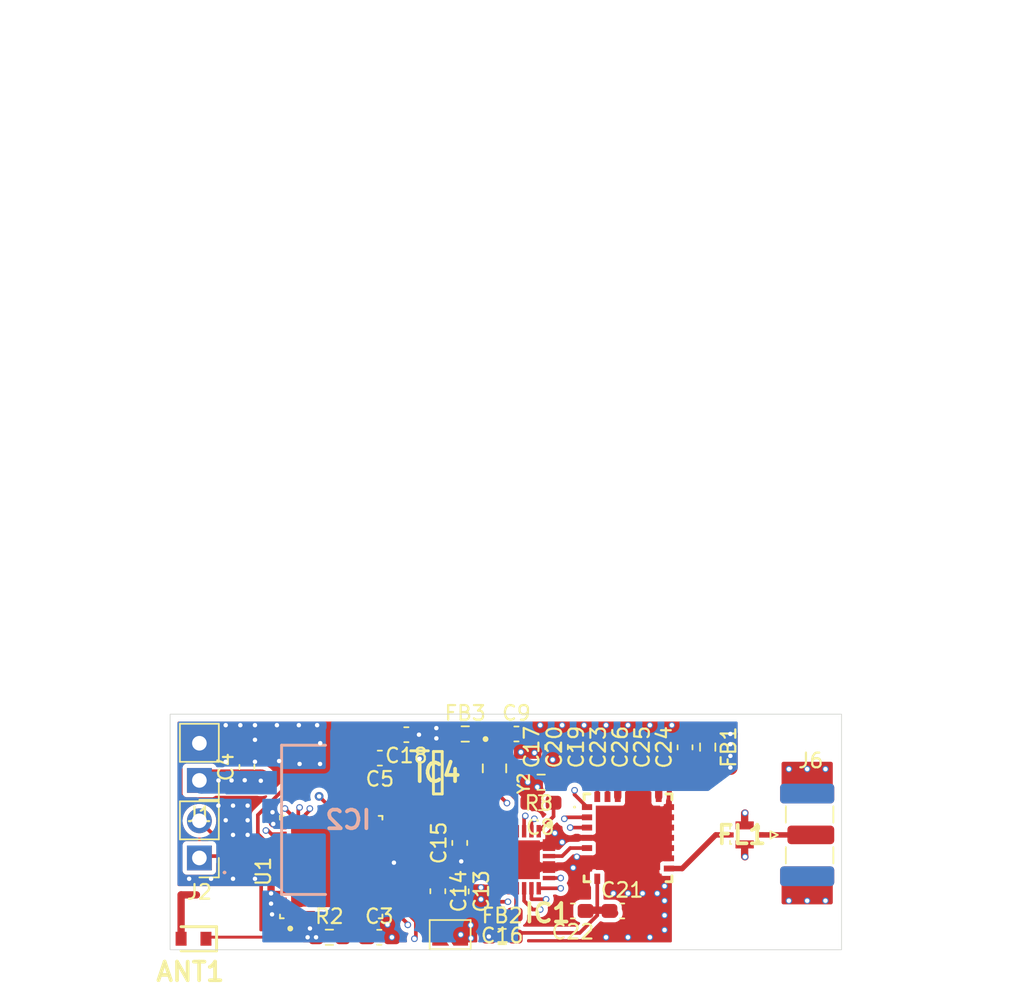
<source format=kicad_pcb>
(kicad_pcb (version 20240108) (generator "pcbnew") (generator_version "8.0")
  (layers (0 "F.Cu" signal) (1 "In1.Cu" signal) (2 "In2.Cu" signal) (31 "B.Cu" signal) (34 "B.Paste" user) (35 "F.Paste" user) (36 "B.SilkS" user "B.Silkscreen") (37 "F.SilkS" user "F.Silkscreen") (38 "B.Mask" user) (39 "F.Mask" user) (44 "Edge.Cuts" user))
  (net 0 "")
  (net 1 "+3.3V")
  (net 2 "+5V")
  (net 3 "GND")
  (net 4 "Net-(U1-EN)")
  (net 5 "Net-(IC1-VR_PA)")
  (net 6 "Net-(IC1-DCC_FB)")
  (net 7 "VCC2")
  (net 8 "+2V85")
  (net 9 "VCC_PA")
  (net 10 "Net-(FL1-OUT)")
  (net 11 "CSD")
  (net 12 "CRX")
  (net 13 "CTX")
  (net 14 "SX_BUSY")
  (net 16 "SX_MOSI")
  (net 18 "SX_MISO")
  (net 19 "SX_CS")
  (net 20 "SX_DIO")
  (net 22 "SX_SCK")
  (net 23 "SX_NRES")
  (net 41 "unconnected-(ANT1-NC-Pad2)")
  (net 50 "TCXO")
  (net 52 "UART0_RX")
  (net 53 "UART0_TX")
  (net 54 "Net-(IC1-RFIO)")
  (net 55 "Net-(Y2-VDD)")
  (net 58 "Net-(ANT1-FEED)")
  (net 59 "Net-(FL1-IN)")
  (net 60 "Net-(JP1-B)")
  (footprint "Capacitor_SMD:C_0603_1608Metric_Pad1.08x0.95mm_HandSolder" (layer "F.Cu") (at 115 81.35 -90)
    (property "Reference" "C14")
    (property "Value" "470 nF")
  )
  (footprint "Jumper:SolderJumper-2_P1.3mm_Open_TrianglePad1.0x1.5mm" (layer "F.Cu") (at 115.845 84.32 180)
    (property "Reference" "JP1" (hide yes))
    (property "Value" "SolderJumper_2_Open")
  )
  (footprint "Resistor_SMD:R_0603_1608Metric_Pad0.98x0.95mm_HandSolder" (layer "F.Cu") (at 119.4 84.45)
    (property "Reference" "FB2")
    (property "Value" "FerriteBead")
  )
  (footprint "Capacitor_SMD:C_0603_1608Metric_Pad1.08x0.95mm_HandSolder" (layer "F.Cu") (at 124.2375 82.7 180)
    (property "Reference" "C22")
    (property "Value" "100 nF")
  )
  (footprint "Capacitor_SMD:C_0603_1608Metric_Pad1.08x0.95mm_HandSolder" (layer "F.Cu") (at 116.5 78.05 90)
    (property "Reference" "C15")
    (property "Value" "100 nF")
  )
  (footprint "Capacitor_SMD:C_0603_1608Metric_Pad1.08x0.95mm_HandSolder" (layer "F.Cu") (at 116.6 81.3625 -90)
    (property "Reference" "C13")
    (property "Value" "10 nF")
  )
  (footprint "Capacitor_SMD:C_0603_1608Metric_Pad1.08x0.95mm_HandSolder" (layer "F.Cu") (at 120.375 70.6)
    (property "Reference" "C9")
    (property "Value" "100 nF")
  )
  (footprint "Connector_PinHeader_2.54mm:PinHeader_1x02_P2.54mm_Vertical" (layer "F.Cu") (at 98.7 73.775 180)
    (property "Reference" "J1")
    (property "Value" "Conn_01x02_Socket")
  )
  (footprint "Resistor_SMD:R_0603_1608Metric_Pad0.98x0.95mm_HandSolder" (layer "F.Cu") (at 122.0625 73.9 180)
    (property "Reference" "R8")
    (property "Value" "10 K")
  )
  (footprint "TPS7A2028:SOT95P280X145-5N" (layer "F.Cu") (at 115 73.25)
    (property "Reference" "IC4")
    (property "Value" "TPS7A20285PDBVR" (hide yes))
  )
  (footprint "Capacitor_SMD:C_0603_1608Metric_Pad1.08x0.95mm_HandSolder" (layer "F.Cu") (at 111.0375 72.25 180)
    (property "Reference" "C5")
    (property "Value" "10 uF")
  )
  (footprint "Capacitor_SMD:C_0603_1608Metric_Pad1.08x0.95mm_HandSolder" (layer "F.Cu") (at 128.9 71.5 90)
    (property "Reference" "C26")
    (property "Value" "4.7 uF")
  )
  (footprint "2450AT140100T:ANTC1608X40N" (layer "F.Cu") (at 98.3 84.6 180)
    (property "Reference" "ANT1")
    (property "Value" "2450AT14A0100T" (hide yes))
  )
  (footprint "ECS-TXO-20CSMV4-520-AN-TR:OSC_ECS-TXO-20CSMV4-520-AN-TR" (layer "F.Cu") (at 118.875 72.95 -90)
    (property "Reference" "Y2")
    (property "Value" "ECS-TXO-20CSMV4-500-AN-TR")
  )
  (footprint "Resistor_SMD:R_0603_1608Metric_Pad0.98x0.95mm_HandSolder" (layer "F.Cu") (at 116.875 70.6)
    (property "Reference" "FB3")
    (property "Value" "FerriteBead")
  )
  (footprint "Connector_PinHeader_2.54mm:PinHeader_1x02_P2.54mm_Vertical" (layer "F.Cu") (at 98.7 79.075 180)
    (property "Reference" "J2")
    (property "Value" "Conn_01x02_Socket")
  )
  (footprint "Capacitor_SMD:C_0603_1608Metric_Pad1.08x0.95mm_HandSolder" (layer "F.Cu") (at 112.85 70.65 180)
    (property "Reference" "C18")
    (property "Value" "1.0 uF")
  )
  (footprint "SKY65383:SKY6538311" (layer "F.Cu") (at 128 77.7)
    (property "Reference" "IC3" (hide yes))
    (property "Value" "SKY65383-11" (hide yes))
  )
  (footprint "Capacitor_SMD:C_0603_1608Metric_Pad1.08x0.95mm_HandSolder" (layer "F.Cu") (at 127.6 82.7)
    (property "Reference" "C21")
    (property "Value" "10 pF")
  )
  (footprint "Connector_Coaxial:SMA_Samtec_SMA-J-P-H-ST-EM1_EdgeMount" (layer "F.Cu") (at 140.5 77.5)
    (property "Reference" "J6")
    (property "Value" "Conn_Coaxial")
  )
  (footprint "Resistor_SMD:R_0603_1608Metric_Pad0.98x0.95mm_HandSolder" (layer "F.Cu") (at 133.45 71.5 -90)
    (property "Reference" "FB1")
    (property "Value" "FerriteBead")
  )
  (footprint "Capacitor_SMD:C_0603_1608Metric_Pad1.08x0.95mm_HandSolder" (layer "F.Cu") (at 124.4 71.5 90)
    (property "Reference" "C20")
    (property "Value" "100 nF")
  )
  (footprint "Capacitor_SMD:C_0603_1608Metric_Pad1.08x0.95mm_HandSolder" (layer "F.Cu") (at 122.05 75.3 180)
    (property "Reference" "C8")
    (property "Value" "10 nF")
  )
  (footprint "ESP32-PICO-D4:PQFN50P700X700X104-49N" (layer "F.Cu") (at 107.7125 79.7 90)
    (property "Reference" "U1")
    (property "Value" "ESP32-PICO-D4")
  )
  (footprint "Resistor_SMD:R_0603_1608Metric_Pad0.98x0.95mm_HandSolder" (layer "F.Cu") (at 107.5875 84.5)
    (property "Reference" "R2")
    (property "Value" "10K")
  )
  (footprint "SX1281:QFN50P400X400X100-25N-D" (layer "F.Cu") (at 120.65 79.2 -90)
    (property "Reference" "IC1")
    (property "Value" "SX1281IMLTRT" (hide yes))
  )
  (footprint "Capacitor_SMD:C_0603_1608Metric_Pad1.08x0.95mm_HandSolder" (layer "F.Cu") (at 131.9 71.5125 90)
    (property "Reference" "C24")
    (property "Value" "10 pF")
  )
  (footprint "Capacitor_SMD:C_0603_1608Metric_Pad1.08x0.95mm_HandSolder" (layer "F.Cu") (at 125.9 71.5 90)
    (property "Reference" "C19")
    (property "Value" "100 nF")
  )
  (footprint "Capacitor_SMD:C_0603_1608Metric_Pad1.08x0.95mm_HandSolder" (layer "F.Cu") (at 101.95 72.8625 90)
    (property "Reference" "C4")
    (property "Value" "10 uF")
  )
  (footprint "DEA202450BT:DEA202450BT1213C1" (layer "F.Cu") (at 135.975 77.5)
    (property "Reference" "FL1")
    (property "Value" "DEA202450BT-1213C1" (hide yes))
  )
  (footprint "Capacitor_SMD:C_0603_1608Metric_Pad1.08x0.95mm_HandSolder" (layer "F.Cu") (at 122.85 71.5 90)
    (property "Reference" "C17")
    (property "Value" "1.0 uF" (hide yes))
  )
  (footprint "Capacitor_SMD:C_0603_1608Metric_Pad1.08x0.95mm_HandSolder" (layer "F.Cu") (at 119.4 82.95 180)
    (property "Reference" "C16")
    (property "Value" "100 nF")
  )
  (footprint "Capacitor_SMD:C_0603_1608Metric_Pad1.08x0.95mm_HandSolder" (layer "F.Cu") (at 130.4 71.5 90)
    (property "Reference" "C25")
    (property "Value" "4.7 uF")
  )
  (footprint "Capacitor_SMD:C_0603_1608Metric_Pad1.08x0.95mm_HandSolder" (layer "F.Cu") (at 127.4 71.5 90)
    (property "Reference" "C23")
    (property "Value" "10 pF")
  )
  (footprint "Capacitor_SMD:C_0603_1608Metric_Pad1.08x0.95mm_HandSolder" (layer "F.Cu") (at 111 84.5)
    (property "Reference" "C3")
    (property "Value" "0.1 uF")
  )
  (footprint "LD1085D2T33R:LD1085D2T33R" (layer "B.Cu") (at 112.52 76.47)
    (property "Reference" "IC2")
    (property "Value" "LD1085D2T33R" (hide yes))
  )
  (gr_rect (start 96.7 69.25) (end 142.6 85.35) (stroke (width 0.05)) (fill none) (layer "Edge.Cuts"))
  (segment (start 103.6 82.2) (end 103.6 82.865) (width 0.5) (layer "F.Cu") (net 1))
  (segment (start 133.45 70.5875) (end 134.9875 70.5875) (width 1) (layer "F.Cu") (net 1))
  (segment (start 134.9875 70.5875) (end 135 70.6) (width 1) (layer "F.Cu") (net 1))
  (segment (start 116.6 79.31) (end 116.6 79.0125) (width 0.25) (layer "F.Cu") (net 1))
  (segment (start 106.25 84.5) (end 106.1 84.5) (width 0.25) (layer "F.Cu") (net 1))
  (segment (start 103.6675 82.9325) (end 103.7 82.965) (width 0.5) (layer "F.Cu") (net 1))
  (segment (start 135 70.6) (end 135 71.299997) (width 1) (layer "F.Cu") (net 1))
  (segment (start 103.7 82.965) (end 104.9625 82.965) (width 0.25) (layer "F.Cu") (net 1))
  (segment (start 105.9625 82.965) (end 105.9625 83) (width 0.25) (layer "F.Cu") (net 1))
  (segment (start 104.4475 76.95) (end 103.95 76.95) (width 0.25) (layer "F.Cu") (net 1))
  (segment (start 103.7 79.95) (end 104.4475 79.95) (width 0.25) (layer "F.Cu") (net 1))
  (segment (start 105.9625 83) (end 105.9975 82.965) (width 0.25) (layer "F.Cu") (net 1))
  (segment (start 103.6 81.6) (end 103.6 82.2) (width 0.5) (layer "F.Cu") (net 1))
  (segment (start 116.6 79.0125) (end 116.5 78.9125) (width 0.25) (layer "F.Cu") (net 1))
  (segment (start 118.7 79.95) (end 118.025 79.95) (width 0.25) (layer "F.Cu") (net 1))
  (segment (start 135 71.299997) (end 135 72.9) (width 1) (layer "F.Cu") (net 1))
  (segment (start 104.4475 79.95) (end 104.112296 79.95) (width 0.25) (layer "F.Cu") (net 1))
  (segment (start 103.6 80.05) (end 103.7 79.95) (width 0.25) (layer "F.Cu") (net 1))
  (segment (start 106.4625 84.2875) (end 106.25 84.5) (width 0.25) (layer "F.Cu") (net 1))
  (segment (start 103.7 76.7) (end 103.7 75.95) (width 0.5) (layer "F.Cu") (net 1))
  (segment (start 103.75 76.75) (end 103.7 76.7) (width 0.5) (layer "F.Cu") (net 1))
  (segment (start 111.95 79.45) (end 112 79.4) (width 0.25) (layer "F.Cu") (net 1))
  (segment (start 116.6 79.55) (end 116.6 79.31) (width 0.25) (layer "F.Cu") (net 1))
  (segment (start 103.95 76.95) (end 103.75 76.75) (width 0.25) (layer "F.Cu") (net 1))
  (segment (start 103.6 81.5) (end 103.6 81.6) (width 0.5) (layer "F.Cu") (net 1))
  (segment (start 110.9775 79.45) (end 111.95 79.45) (width 0.25) (layer "F.Cu") (net 1))
  (segment (start 117.625 79.55) (end 116.6 79.55) (width 0.25) (layer "F.Cu") (net 1))
  (segment (start 118.025 79.95) (end 117.625 79.55) (width 0.25) (layer "F.Cu") (net 1))
  (segment (start 103.6 80.05) (end 103.6 81.5) (width 0.5) (layer "F.Cu") (net 1))
  (segment (start 103.75 81.45) (end 103.6 81.6) (width 0.25) (layer "F.Cu") (net 1))
  (segment (start 103.6 82.865) (end 103.6675 82.9325) (width 0.5) (layer "F.Cu") (net 1))
  (segment (start 104.4475 81.45) (end 103.75 81.45) (width 0.25) (layer "F.Cu") (net 1))
  (via (at 114.9 70.9) (size 0.6) (drill 0.3) (layers "F.Cu" "B.Cu") (net 1))
  (via (at 116.6 79.31) (size 0.45) (drill 0.3) (layers "F.Cu" "B.Cu") (net 1))
  (via (at 135 72.1) (size 0.6) (drill 0.3) (layers "F.Cu" "B.Cu") (net 1))
  (via (at 106.25967 83.895738) (size 0.45) (drill 0.3) (layers "F.Cu" "B.Cu") (net 1))
  (via (at 135 70.6) (size 0.6) (drill 0.3) (layers "F.Cu" "B.Cu") (net 1))
  (via (at 113.75 72.3) (size 0.6) (drill 0.3) (layers "F.Cu" "B.Cu") (net 1))
  (via (at 118.4875 84.45) (size 0.45) (drill 0.3) (layers "F.Cu" "B.Cu") (net 1))
  (via (at 106.675 84.5) (size 0.45) (drill 0.3) (layers "F.Cu" "B.Cu") (net 1))
  (via (at 103.75 76.75) (size 0.45) (drill 0.3) (layers "F.Cu" "B.Cu") (net 1))
  (via (at 103.6675 82.9325) (size 0.45) (drill 0.3) (layers "F.Cu" "B.Cu") (net 1))
  (via (at 113.75 72.3) (size 0.6) (drill 0.3) (layers "F.Cu" "B.Cu") (net 1))
  (via (at 135 71.299997) (size 0.6) (drill 0.3) (layers "F.Cu" "B.Cu") (net 1))
  (via (at 103.6 81.5) (size 0.45) (drill 0.3) (layers "F.Cu" "B.Cu") (net 1))
  (via (at 114.9 70.2) (size 0.6) (drill 0.3) (layers "F.Cu" "B.Cu") (net 1))
  (via (at 103.6 82.2) (size 0.45) (drill 0.3) (layers "F.Cu" "B.Cu") (net 1))
  (via (at 106.1 84.5) (size 0.45) (drill 0.3) (layers "F.Cu" "B.Cu") (net 1))
  (via (at 103.7 75.95) (size 0.45) (drill 0.3) (layers "F.Cu" "B.Cu") (net 1))
  (via (at 135 72.9) (size 0.6) (drill 0.3) (layers "F.Cu" "B.Cu") (net 1))
  (via (at 113.7125 70.65) (size 0.6) (drill 0.3) (layers "F.Cu" "B.Cu") (net 1))
  (via (at 112 79.4) (size 0.6) (drill 0.3) (layers "F.Cu" "B.Cu") (net 1))
  (segment (start 98.7 73.775) (end 102.875 73.775) (width 1.5) (layer "F.Cu") (net 2))
  (segment (start 102.875 73.775) (end 102.9 73.8) (width 1.5) (layer "F.Cu") (net 2))
  (via (at 101.8 73.7625) (size 0.6) (drill 0.3) (layers "F.Cu" "B.Cu") (net 2))
  (via (at 100.005 73.775) (size 0.6) (drill 0.3) (layers "F.Cu" "B.Cu") (net 2))
  (via (at 100.9 73.775) (size 0.6) (drill 0.3) (layers "F.Cu" "B.Cu") (net 2))
  (via (at 102.9 73.8) (size 0.6) (drill 0.3) (layers "F.Cu" "B.Cu") (net 2))
  (segment (start 102.245 73.93) (end 98.855 73.93) (width 1.5) (layer "B.Cu") (net 2))
  (segment (start 98.855 73.93) (end 98.7 73.775) (width 1.5) (layer "B.Cu") (net 2))
  (segment (start 140.25 81.26) (end 140.32 81.33) (width 0.3745) (layer "F.Cu") (net 3))
  (segment (start 119.9 78.45) (end 120.65 79.2) (width 0.2) (layer "F.Cu") (net 3))
  (segment (start 117.68475 71.46225) (end 115.55775 71.46225) (width 0.3745) (layer "F.Cu") (net 3))
  (segment (start 118.2625 72.04) (end 117.68475 71.46225) (width 0.3745) (layer "F.Cu") (net 3))
  (segment (start 98.7 71.235) (end 100.9975 71.235) (width 1) (layer "F.Cu") (net 3))
  (segment (start 135.975 76.85) (end 135.975 76.025) (width 0.5) (layer "F.Cu") (net 3))
  (segment (start 140.25 73.9) (end 140.3 73.85) (width 0.3745) (layer "F.Cu") (net 3))
  (segment (start 119.9 77.25) (end 119.9 78.45) (width 0.2) (layer "F.Cu") (net 3))
  (segment (start 140.25 74.675) (end 140.25 73.9) (width 0.3745) (layer "F.Cu") (net 3))
  (segment (start 119.4 81.15) (end 119.425 81.125) (width 0.2) (layer "F.Cu") (net 3))
  (segment (start 135.975 76.025) (end 136 76) (width 0.5) (layer "F.Cu") (net 3))
  (segment (start 119.425 81.125) (end 119.425 80.425) (width 0.2) (layer "F.Cu") (net 3))
  (segment (start 135.975 78.15) (end 135.975 78.975) (width 0.5) (layer "F.Cu") (net 3))
  (segment (start 114.98 72.04) (end 114.98 73.59) (width 0.3745) (layer "F.Cu") (net 3))
  (segment (start 119.425 80.425) (end 120.65 79.2) (width 0.2) (layer "F.Cu") (net 3))
  (segment (start 115.55775 71.46225) (end 114.98 72.04) (width 0.3745) (layer "F.Cu") (net 3))
  (segment (start 100.9975 71.235) (end 101.8 72.0375) (width 1) (layer "F.Cu") (net 3))
  (segment (start 140.25 80.325) (end 140.25 81.26) (width 0.3745) (layer "F.Cu") (net 3))
  (segment (start 111.9875 70.65) (end 110.3 70.65) (width 1) (layer "F.Cu") (net 3))
  (segment (start 135.975 78.975) (end 136 79) (width 0.5) (layer "F.Cu") (net 3))
  (via (at 100.5 72.5) (size 0.45) (drill 0.3) (layers "F.Cu" "B.Cu") (net 3))
  (via (at 130.5 83) (size 0.45) (drill 0.3) (layers "F.Cu" "B.Cu") (net 3))
  (via (at 102.5 72.5) (size 0.45) (drill 0.3) (layers "F.Cu" "B.Cu") (net 3))
  (via (at 101 77.5) (size 0.45) (drill 0.3) (layers "F.Cu" "B.Cu") (net 3))
  (via (at 102 75.5) (size 0.45) (drill 0.3) (layers "F.Cu" "B.Cu") (net 3))
  (via (at 121.15 73.9) (size 0.45) (drill 0.3) (layers "F.Cu" "B.Cu") (net 3))
  (via (at 130.5 82) (size 0.45) (drill 0.3) (layers "F.Cu" "B.Cu") (net 3))
  (via (at 136 79) (size 0.45) (drill 0.3) (layers "F.Cu" "B.Cu") (net 3))
  (via (at 102.5 70) (size 0.45) (drill 0.3) (layers "F.Cu" "B.Cu") (net 3))
  (via (at 105.5 70) (size 0.45) (drill 0.3) (layers "F.Cu" "B.Cu") (net 3))
  (via (at 104 70) (size 0.45) (drill 0.3) (layers "F.Cu" "B.Cu") (net 3))
  (via (at 123.5 70) (size 0.45) (drill 0.3) (layers "F.Cu" "B.Cu") (net 3))
  (via (at 117.95 81.9) (size 0.45) (drill 0.3) (layers "F.Cu" "B.Cu") (net 3))
  (via (at 131 70) (size 0.45) (drill 0.3) (layers "F.Cu" "B.Cu") (net 3))
  (via (at 130.5 81) (size 0.45) (drill 0.3) (layers "F.Cu" "B.Cu") (net 3))
  (via (at 124.5 79) (size 0.45) (drill 0.3) (layers "F.Cu" "B.Cu") (net 3))
  (via (at 106.75 70) (size 0.45) (drill 0.3) (layers "F.Cu" "B.Cu") (net 3))
  (via (at 128 81.5) (size 0.45) (drill 0.3) (layers "F.Cu" "B.Cu") (net 3))
  (via (at 129 81.5) (size 0.45) (drill 0.3) (layers "F.Cu" "B.Cu") (net 3))
  (via (at 98 80.5) (size 0.45) (drill 0.3) (layers "F.Cu" "B.Cu") (net 3))
  (via (at 128 70) (size 0.45) (drill 0.3) (layers "F.Cu" "B.Cu") (net 3))
  (via (at 121.8 74.23) (size 0.45) (drill 0.3) (layers "F.Cu" "B.Cu") (net 3))
  (via (at 101 75.5) (size 0.45) (drill 0.3) (layers "F.Cu" "B.Cu") (net 3))
  (via (at 101.5 70) (size 0.45) (drill 0.3) (layers "F.Cu" "B.Cu") (net 3))
  (via (at 100.5 70) (size 0.45) (drill 0.3) (layers "F.Cu" "B.Cu") (net 3))
  (via (at 139 82) (size 0.45) (drill 0.3) (layers "F.Cu" "B.Cu") (net 3))
  (via (at 139 73) (size 0.45) (drill 0.3) (layers "F.Cu" "B.Cu") (net 3))
  (via (at 127 81.5) (size 0.45) (drill 0.3) (layers "F.Cu" "B.Cu") (net 3))
  (via (at 106.95 72.65) (size 0.45) (drill 0.3) (layers "F.Cu" "B.Cu") (net 3))
  (via (at 123.5 78) (size 0.45) (drill 0.3) (layers "F.Cu" "B.Cu") (net 3))
  (via (at 120.68 71.84) (size 0.45) (drill 0.3) (layers "F.Cu" "B.Cu") (net 3))
  (via (at 102 77.5) (size 0.45) (drill 0.3) (layers "F.Cu" "B.Cu") (net 3))
  (via (at 100 75.5) (size 0.45) (drill 0.3) (layers "F.Cu" "B.Cu") (net 3))
  (via (at 101 80.5) (size 0.45) (drill 0.3) (layers "F.Cu" "B.Cu") (net 3))
  (via (at 117.95 81.1) (size 0.45) (drill 0.3) (layers "F.Cu" "B.Cu") (net 3))
  (via (at 141.5 82) (size 0.45) (drill 0.3) (layers "F.Cu" "B.Cu") (net 3))
  (via (at 136 76) (size 0.45) (drill 0.3) (layers "F.Cu" "B.Cu") (net 3))
  (via (at 106.96 71.23) (size 0.45) (drill 0.3) (layers "F.Cu" "B.Cu") (net 3))
  (via (at 117.25 83.67) (size 0.45) (drill 0.3) (layers "F.Cu" "B.Cu") (net 3))
  (via (at 99.5 80.5) (size 0.45) (drill 0.3) (layers "F.Cu" "B.Cu") (net 3))
  (via (at 102 76.5) (size 0.45) (drill 0.3) (layers "F.Cu" "B.Cu") (net 3))
  (via (at 121.61 71.89) (size 0.45) (drill 0.3) (layers "F.Cu" "B.Cu") (net 3))
  (via (at 141.5 73) (size 0.45) (drill 0.3) (layers "F.Cu" "B.Cu") (net 3))
  (via (at 124.254055 79.748419) (size 0.45) (drill 0.3) (layers "F.Cu" "B.Cu") (net 3))
  (via (at 140.25 73) (size 0.45) (drill 0.3) (layers "F.Cu" "B.Cu") (net 3))
  (via (at 122 70) (size 0.45) (drill 0.3) (layers "F.Cu" "B.Cu") (net 3))
  (via (at 126.5 84.5) (size 0.45) (drill 0.3) (layers "F.Cu" "B.Cu") (net 3))
  (via (at 111.56 83.63) (size 0.45) (drill 0.3) (layers "F.Cu" "B.Cu") (net 3))
  (via (at 129.5 84.5) (size 0.45) (drill 0.3) (layers "F.Cu" "B.Cu") (net 3))
  (via (at 100.5 76.5) (size 0.45) (drill 0.3) (layers "F.Cu" "B.Cu") (net 3))
  (via (at 130 81.5) (size 0.45) (drill 0.3) (layers "F.Cu" "B.Cu") (net 3))
  (via (at 129.5 70) (size 0.45) (drill 0.3) (layers "F.Cu" "B.Cu") (net 3))
  (via (at 125 70) (size 0.45) (drill 0.3) (layers "F.Cu" "B.Cu") (net 3))
  (via (at 111.8625 84.5) (size 0.45) (drill 0.3) (layers "F.Cu" "B.Cu") (net 3))
  (via (at 102.5 71) (size 0.45) (drill 0.3) (layers "F.Cu" "B.Cu") (net 3))
  (via (at 105.55 72.65) (size 0.45) (drill 0.3) (layers "F.Cu" "B.Cu") (net 3))
  (via (at 104.15 72.45) (size 0.45) (drill 0.3) (layers "F.Cu" "B.Cu") (net 3))
  (via (at 140.25 82) (size 0.45) (drill 0.3) (layers "F.Cu" "B.Cu") (net 3))
  (via (at 116.57 84.32) (size 0.45) (drill 0.3) (layers "F.Cu" "B.Cu") (net 3))
  (via (at 117.27 84.56) (size 0.45) (drill 0.3) (layers "F.Cu" "B.Cu") (net 3))
  (via (at 128 84.5) (size 0.45) (drill 0.3) (layers "F.Cu" "B.Cu") (net 3))
  (via (at 130.5 84) (size 0.45) (drill 0.3) (layers "F.Cu" "B.Cu") (net 3))
  (via (at 123 77.374997) (size 0.45) (drill 0.3) (layers "F.Cu" "B.Cu") (net 3))
  (via (at 102.5 80.5) (size 0.45) (drill 0.3) (layers "F.Cu" "B.Cu") (net 3))
  (via (at 126.5 70) (size 0.45) (drill 0.3) (layers "F.Cu" "B.Cu") (net 3))
  (segment (start 108.9625 84.0375) (end 108.9625 82.965) (width 0.25) (layer "F.Cu") (net 4))
  (segment (start 108.5 84.5) (end 108.9625 84.0375) (width 0.25) (layer "F.Cu") (net 4))
  (segment (start 109.425 84.5) (end 108.9625 84.0375) (width 0.25) (layer "F.Cu") (net 4))
  (segment (start 110.1375 84.5) (end 109.425 84.5) (width 0.25) (layer "F.Cu") (net 4))
  (segment (start 122.9125 76.2375) (end 122.9125 75.3) (width 0.25) (layer "F.Cu") (net 5))
  (segment (start 121.9 77.25) (end 122.8125 76.3375) (width 0.25) (layer "F.Cu") (net 5))
  (segment (start 122.8125 76.3375) (end 122.9125 76.2375) (width 0.25) (layer "F.Cu") (net 5))
  (segment (start 117.9 80.45) (end 117.275 80.45) (width 0.25) (layer "F.Cu") (net 6))
  (segment (start 117.55 80.45) (end 117.275 80.45) (width 0.25) (layer "F.Cu") (net 6))
  (segment (start 118.7 80.45) (end 117.9 80.45) (width 0.25) (layer "F.Cu") (net 6))
  (segment (start 117.25 80.45) (end 117 80.7) (width 0.25) (layer "F.Cu") (net 6))
  (segment (start 118.925 80.675) (end 118.7 80.45) (width 0.25) (layer "F.Cu") (net 6))
  (segment (start 118.925 81.9) (end 118.925 80.675) (width 0.25) (layer "F.Cu") (net 6))
  (segment (start 119.792308 82.070874) (end 119.095874 82.070874) (width 0.25) (layer "F.Cu") (net 6))
  (segment (start 118.7 80.45) (end 117.55 80.45) (width 0.25) (layer "F.Cu") (net 6))
  (segment (start 119.095874 82.070874) (end 118.925 81.9) (width 0.25) (layer "F.Cu") (net 6))
  (segment (start 117.175 80.45) (end 114.9375 80.45) (width 0.25) (layer "F.Cu") (net 6))
  (segment (start 114.9375 80.45) (end 114.9 80.4875) (width 0.25) (layer "F.Cu") (net 6))
  (segment (start 117.55 80.45) (end 117.25 80.45) (width 0.25) (layer "F.Cu") (net 6))
  (segment (start 121.4 77.25) (end 121.4 76.6) (width 0.25) (layer "F.Cu") (net 6))
  (segment (start 121.4 76.6) (end 121.6 76.4) (width 0.25) (layer "F.Cu") (net 6))
  (via (at 121.6 76.4) (size 0.45) (drill 0.3) (layers "F.Cu" "B.Cu") (net 6))
  (via (at 119.792308 82.070874) (size 0.45) (drill 0.3) (layers "F.Cu" "B.Cu") (net 6))
  (segment (start 126.8875 82.65) (end 127.0875 82.85) (width 0.5) (layer "F.Cu") (net 7))
  (segment (start 120.2 84.15) (end 120.25 84.2) (width 0.25) (layer "F.Cu") (net 7))
  (segment (start 124.7 84.2) (end 125 83.9) (width 0.25) (layer "F.Cu") (net 7))
  (segment (start 120.35 81.15) (end 120.35 82.5) (width 0.25) (layer "F.Cu") (net 7))
  (segment (start 125.9 82.65) (end 126.8875 82.65) (width 0.5) (layer "F.Cu") (net 7))
  (segment (start 125.9 83) (end 125.9 82.65) (width 0.25) (layer "F.Cu") (net 7))
  (segment (start 120.2 82.65) (end 120.2 84.15) (width 0.25) (layer "F.Cu") (net 7))
  (segment (start 125.9 80.5) (end 125.9 82.65) (width 0.25) (layer "F.Cu") (net 7))
  (segment (start 120.35 82.5) (end 120.2 82.65) (width 0.25) (layer "F.Cu") (net 7))
  (segment (start 120.25 84.2) (end 124.7 84.2) (width 0.25) (layer "F.Cu") (net 7))
  (segment (start 125.3125 82.65) (end 125.9 82.65) (width 0.5) (layer "F.Cu") (net 7))
  (segment (start 125 83.9) (end 125.9 83) (width 0.25) (layer "F.Cu") (net 7))
  (segment (start 122.85 72.3625) (end 125.9 72.3625) (width 0.5) (layer "F.Cu") (net 8))
  (segment (start 117.4 72.85) (end 116.85 72.3) (width 0.5) (layer "F.Cu") (net 8))
  (segment (start 124.4 72.3625) (end 124.4 72.55) (width 0.25) (layer "F.Cu") (net 8))
  (segment (start 125.9 73.2) (end 126.6 73.9) (width 0.25) (layer "F.Cu") (net 8))
  (segment (start 122.975 73.231692) (end 122.85 73.106692) (width 0.5) (layer "F.Cu") (net 8))
  (segment (start 125.9 74.05) (end 125.9 74.9) (width 0.25) (layer "F.Cu") (net 8))
  (segment (start 122.593308 72.85) (end 117.4 72.85) (width 0.5) (layer "F.Cu") (net 8))
  (segment (start 126.6 73.9) (end 126.6 74.9) (width 0.25) (layer "F.Cu") (net 8))
  (segment (start 122.975 73.231692) (end 122.975 73.9) (width 0.5) (layer "F.Cu") (net 8))
  (segment (start 125.9 72.3625) (end 125.9 73.2) (width 0.25) (layer "F.Cu") (net 8))
  (segment (start 124.4 72.55) (end 125.9 74.05) (width 0.25) (layer "F.Cu") (net 8))
  (segment (start 122.85 73.106692) (end 122.85 72.3625) (width 0.5) (layer "F.Cu") (net 8))
  (segment (start 116.85 72.3) (end 116.3 72.3) (width 0.5) (layer "F.Cu") (net 8))
  (via (at 122.85 72.3625) (size 0.45) (drill 0.3) (layers "F.Cu" "B.Cu") (net 8))
  (segment (start 127.4 73.8) (end 127.3 73.9) (width 0.5) (layer "F.Cu") (net 9))
  (segment (start 133 73.9) (end 131.9 73.9) (width 0.5) (layer "F.Cu") (net 9))
  (segment (start 130.1 74.9) (end 130.1 74) (width 0.5) (layer "F.Cu") (net 9))
  (segment (start 128.9 72.3625) (end 128.9 73.85) (width 0.5) (layer "F.Cu") (net 9))
  (segment (start 133.45 73.45) (end 133 73.9) (width 0.5) (layer "F.Cu") (net 9))
  (segment (start 127.3 74.9) (end 127.3 73.9) (width 0.5) (layer "F.Cu") (net 9))
  (segment (start 130.4 72.3625) (end 130.4 73.7) (width 0.5) (layer "F.Cu") (net 9))
  (segment (start 130.4 73.7) (end 130.2 73.9) (width 0.5) (layer "F.Cu") (net 9))
  (segment (start 128.9 73.85) (end 128.85 73.9) (width 0.25) (layer "F.Cu") (net 9))
  (segment (start 131.9 72.375) (end 131.9 73.9) (width 0.5) (layer "F.Cu") (net 9))
  (segment (start 130.2 73.9) (end 127.3 73.9) (width 0.5) (layer "F.Cu") (net 9))
  (segment (start 131.9 73.9) (end 130.2 73.9) (width 0.5) (layer "F.Cu") (net 9))
  (segment (start 127.4 72.3625) (end 127.4 73.8) (width 0.5) (layer "F.Cu") (net 9))
  (segment (start 133.45 72.4125) (end 133.45 73.45) (width 0.5) (layer "F.Cu") (net 9))
  (segment (start 137 77.5) (end 140.5 77.5) (width 0.3745) (layer "F.Cu") (net 10))
  (segment (start 107 74.75) (end 106.885 74.865) (width 0.25) (layer "F.Cu") (net 11))
  (segment (start 108.247704 75.885) (end 108.4625 76.099796) (width 0.25) (layer "F.Cu") (net 11))
  (segment (start 125.2 75.6) (end 124.35 74.75) (width 0.25) (layer "F.Cu") (net 11))
  (segment (start 107.905 75.885) (end 108.247704 75.885) (width 0.25) (layer "F.Cu") (net 11))
  (segment (start 108.4625 76.099796) (end 108.4625 76.435) (width 0.25) (layer "F.Cu") (net 11))
  (segment (start 106.885 74.865) (end 107.905 75.885) (width 0.25) (layer "F.Cu") (net 11))
  (segment (start 124.35 74.75) (end 124.35 74.45) (width 0.25) (layer "F.Cu") (net 11))
  (segment (start 124.35 74.45) (end 124.35 74.4) (width 0.25) (layer "F.Cu") (net 11))
  (via (at 106.885 74.865) (size 0.6) (drill 0.3) (layers "F.Cu" "B.Cu") (net 11))
  (via (at 124.35 74.45) (size 0.45) (drill 0.3) (layers "F.Cu" "B.Cu") (net 11))
  (segment (start 113.5 84.5) (end 113.5 83.422182) (width 0.25) (layer "F.Cu") (net 12))
  (segment (start 113.4 84.6) (end 113.5 84.5) (width 0.25) (layer "F.Cu") (net 12))
  (segment (start 113.5 83.422182) (end 111.527818 81.45) (width 0.25) (layer "F.Cu") (net 12))
  (segment (start 111.527818 81.45) (end 110.9775 81.45) (width 0.25) (layer "F.Cu") (net 12))
  (segment (start 124.05 77) (end 125.2 77) (width 0.25) (layer "F.Cu") (net 12))
  (via (at 124.05 77) (size 0.45) (drill 0.3) (layers "F.Cu" "B.Cu") (net 12))
  (via (at 113.4 84.6) (size 0.45) (drill 0.3) (layers "F.Cu" "B.Cu") (net 12))
  (segment (start 119.725735 75.324264) (end 119.326471 74.925) (width 0.25) (layer "F.Cu") (net 13))
  (segment (start 113.6 74.05) (end 108.322182 74.05) (width 0.25) (layer "F.Cu") (net 13))
  (segment (start 113.75 74.2) (end 113.6 74.05) (width 0.25) (layer "F.Cu") (net 13))
  (segment (start 119.749999 75.348528) (end 119.725736 75.324265) (width 0.25) (layer "F.Cu") (net 13))
  (segment (start 123.75 76.3) (end 125.2 76.3) (width 0.25) (layer "F.Cu") (net 13))
  (segment (start 103.2 77.95) (end 103.15 77.9) (width 0.25) (layer "F.Cu") (net 13))
  (segment (start 108.312182 74.04) (end 104.796827 74.04) (width 0.25) (layer "F.Cu") (net 13))
  (segment (start 104.796827 74.04) (end 102.69675 76.140077) (width 0.25) (layer "F.Cu") (net 13))
  (segment (start 123.75 76.3) (end 123.65 76.4) (width 0.25) (layer "F.Cu") (net 13))
  (segment (start 103.217586 77.95) (end 104.4475 77.95) (width 0.25) (layer "F.Cu") (net 13))
  (segment (start 102.69675 76.140077) (end 102.69675 77.429164) (width 0.25) (layer "F.Cu") (net 13))
  (segment (start 119.326471 74.925) (end 114.475 74.925) (width 0.25) (layer "F.Cu") (net 13))
  (segment (start 108.322182 74.05) (end 108.312182 74.04) (width 0.25) (layer "F.Cu") (net 13))
  (segment (start 114.475 74.925) (end 113.75 74.2) (width 0.25) (layer "F.Cu") (net 13))
  (segment (start 119.725736 75.324264) (end 119.725735 75.324264) (width 0.25) (layer "F.Cu") (net 13))
  (segment (start 119.725736 75.324265) (end 119.725736 75.324264) (width 0.25) (layer "F.Cu") (net 13))
  (segment (start 102.69675 77.429164) (end 103.217586 77.95) (width 0.25) (layer "F.Cu") (net 13))
  (via (at 123.65 76.4) (size 0.45) (drill 0.3) (layers "F.Cu" "B.Cu") (net 13))
  (via (at 119.725736 75.324264) (size 0.45) (drill 0.3) (layers "F.Cu" "B.Cu") (net 13))
  (segment (start 118.7 76.69) (end 117.86 75.85) (width 0.2) (layer "F.Cu") (net 14))
  (segment (start 118.7 77.95) (end 118.7 76.69) (width 0.2) (layer "F.Cu") (net 14))
  (segment (start 109.24765 75.85) (end 108.9625 76.13515) (width 0.2) (layer "F.Cu") (net 14))
  (segment (start 117.86 75.85) (end 109.24765 75.85) (width 0.2) (layer "F.Cu") (net 14))
  (segment (start 108.9625 76.13515) (end 108.9625 76.435) (width 0.2) (layer "F.Cu") (net 14))
  (segment (start 104.9625 76.1125) (end 104.9625 76.435) (width 0.25) (layer "F.Cu") (net 16))
  (segment (start 104.55 75.7) (end 104.9625 76.1125) (width 0.25) (layer "F.Cu") (net 16))
  (segment (start 121.4 81.875) (end 121.4 81.15) (width 0.25) (layer "F.Cu") (net 16))
  (segment (start 121.425 81.9) (end 121.4 81.875) (width 0.25) (layer "F.Cu") (net 16))
  (segment (start 122.4 81.9) (end 121.425 81.9) (width 0.25) (layer "F.Cu") (net 16))
  (via (at 122.4 81.9) (size 0.45) (drill 0.3) (layers "F.Cu" "B.Cu") (net 16))
  (via (at 104.55 75.7) (size 0.45) (drill 0.3) (layers "F.Cu" "B.Cu") (net 16))
  (segment (start 121.0625 82.173896) (end 121.0625 82.172924) (width 0.25) (layer "F.Cu") (net 18))
  (segment (start 122 82.6) (end 121.488604 82.6) (width 0.25) (layer "F.Cu") (net 18))
  (segment (start 103.636827 77.45) (end 104.4475 77.45) (width 0.25) (layer "F.Cu") (net 18))
  (segment (start 103.388173 77.201346) (end 103.636827 77.45) (width 0.25) (layer "F.Cu") (net 18))
  (segment (start 121.488604 82.6) (end 121.0625 82.173896) (width 0.25) (layer "F.Cu") (net 18))
  (segment (start 121.0625 82.172924) (end 120.9 82.010424) (width 0.25) (layer "F.Cu") (net 18))
  (segment (start 103.24675 77.201346) (end 103.388173 77.201346) (width 0.25) (layer "F.Cu") (net 18))
  (segment (start 120.9 82.010424) (end 120.9 81.15) (width 0.25) (layer "F.Cu") (net 18))
  (via (at 103.24675 77.201346) (size 0.45) (drill 0.3) (layers "F.Cu" "B.Cu") (net 18))
  (via (at 122 82.6) (size 0.45) (drill 0.3) (layers "F.Cu" "B.Cu") (net 18))
  (segment (start 106.25141 75.70141) (end 106.25141 75.810886) (width 0.25) (layer "F.Cu") (net 19))
  (segment (start 122.6 80.45) (end 123.4 80.45) (width 0.25) (layer "F.Cu") (net 19))
  (segment (start 105.9625 76.099796) (end 105.9625 76.435) (width 0.25) (layer "F.Cu") (net 19))
  (segment (start 106.25141 75.810886) (end 105.9625 76.099796) (width 0.25) (layer "F.Cu") (net 19))
  (via (at 106.25141 75.70141) (size 0.45) (drill 0.3) (layers "F.Cu" "B.Cu") (net 19))
  (via (at 123.4 80.45) (size 0.45) (drill 0.3) (layers "F.Cu" "B.Cu") (net 19))
  (segment (start 117.975 78.4) (end 118.025 78.45) (width 0.2) (layer "F.Cu") (net 20))
  (segment (start 112.033744 76.33) (end 116.946722 76.33) (width 0.2) (layer "F.Cu") (net 20))
  (segment (start 117.975 77.358278) (end 117.975 78.4) (width 0.2) (layer "F.Cu") (net 20))
  (segment (start 110.9775 76.95) (end 111.413744 76.95) (width 0.2) (layer "F.Cu") (net 20))
  (segment (start 118.025 78.45) (end 118.7 78.45) (width 0.2) (layer "F.Cu") (net 20))
  (segment (start 111.413744 76.95) (end 112.033744 76.33) (width 0.2) (layer "F.Cu") (net 20))
  (segment (start 116.946722 76.33) (end 117.975 77.358278) (width 0.2) (layer "F.Cu") (net 20))
  (segment (start 121.9 81.15) (end 123.4 81.15) (width 0.25) (layer "F.Cu") (net 22))
  (segment (start 105.4625 75.712502) (end 105.4625 76.435) (width 0.25) (layer "F.Cu") (net 22))
  (segment (start 105.55 75.625002) (end 105.4625 75.712502) (width 0.25) (layer "F.Cu") (net 22))
  (via (at 105.55 75.625002) (size 0.45) (drill 0.3) (layers "F.Cu" "B.Cu") (net 22))
  (via (at 123.4 81.15) (size 0.45) (drill 0.3) (layers "F.Cu" "B.Cu") (net 22))
  (segment (start 112.95 83.65) (end 112.95 83.587296) (width 0.25) (layer "F.Cu") (net 23))
  (segment (start 112.95 83.587296) (end 111.312704 81.95) (width 0.25) (layer "F.Cu") (net 23))
  (segment (start 111.312704 81.95) (end 110.9775 81.95) (width 0.25) (layer "F.Cu") (net 23))
  (segment (start 120.981062 76.201458) (end 120.9 76.28252) (width 0.25) (layer "F.Cu") (net 23))
  (segment (start 120.9 76.28252) (end 120.9 77.25) (width 0.25) (layer "F.Cu") (net 23))
  (via (at 120.981062 76.201458) (size 0.45) (drill 0.3) (layers "F.Cu" "B.Cu") (net 23))
  (via (at 112.95 83.65) (size 0.45) (drill 0.3) (layers "F.Cu" "B.Cu") (net 23))
  (segment (start 97.45 84.6) (end 97.45 81.6) (width 0.5) (layer "F.Cu") (net 41))
  (segment (start 97.45 81.6) (end 98.5 81.6) (width 0.5) (layer "F.Cu") (net 41))
  (segment (start 120.35 77.2) (end 120.4 77.25) (width 0.2) (layer "F.Cu") (net 50))
  (segment (start 120.35 75.1) (end 120.35 77.2) (width 0.2) (layer "F.Cu") (net 50))
  (segment (start 119.4875 73.86) (end 119.4875 74.2375) (width 0.2) (layer "F.Cu") (net 50))
  (segment (start 119.4875 74.2375) (end 120.35 75.1) (width 0.2) (layer "F.Cu") (net 50))
  (segment (start 100.615 78.45) (end 104.4475 78.45) (width 0.25) (layer "F.Cu") (net 52))
  (segment (start 98.7 76.535) (end 100.615 78.45) (width 0.25) (layer "F.Cu") (net 52))
  (segment (start 98.7 79.075) (end 98.825 78.95) (width 0.25) (layer "F.Cu") (net 53))
  (segment (start 98.825 78.95) (end 104.4475 78.95) (width 0.25) (layer "F.Cu") (net 53))
  (segment (start 122.6 78.95) (end 123.5 78.95) (width 0.25) (layer "F.Cu") (net 54))
  (segment (start 124.05 78.4) (end 125.2 78.4) (width 0.25) (layer "F.Cu") (net 54))
  (segment (start 123.5 78.95) (end 124.05 78.4) (width 0.25) (layer "F.Cu") (net 54))
  (segment (start 117.7875 70.6) (end 119.5125 70.6) (width 0.5) (layer "F.Cu") (net 55))
  (segment (start 119.5125 70.6) (end 119.5125 72.015) (width 0.5) (layer "F.Cu") (net 55))
  (segment (start 119.5125 72.015) (end 119.4875 72.04) (width 0.5) (layer "F.Cu") (net 55))
  (segment (start 105.4625 83.26485) (end 104.23735 84.49) (width 0.2) (layer "F.Cu") (net 58))
  (segment (start 105.4625 82.965) (end 105.4625 83.26485) (width 0.2) (layer "F.Cu") (net 58))
  (segment (start 99.36 84.49) (end 99.35 84.5) (width 0.2) (layer "F.Cu") (net 58))
  (segment (start 104.23735 84.49) (end 99.36 84.49) (width 0.2) (layer "F.Cu") (net 58))
  (segment (start 134 77.5) (end 134.95 77.5) (width 0.3745) (layer "F.Cu") (net 59))
  (segment (start 131.7 79.8) (end 134 77.5) (width 0.3745) (layer "F.Cu") (net 59))
  (segment (start 130.8 79.8) (end 131.7 79.8) (width 0.3745) (layer "F.Cu") (net 59))
  (segment (start 114.2 83.525) (end 114.925 84.25) (width 0.25) (layer "F.Cu") (net 60))
  (segment (start 111.312704 77.45) (end 112.65 78.787296) (width 0.25) (layer "F.Cu") (net 60))
  (segment (start 114.2 83.45) (end 114.2 83.525) (width 0.25) (layer "F.Cu") (net 60))
  (segment (start 112.65 78.787296) (end 112.65 81.9) (width 0.25) (layer "F.Cu") (net 60))
  (segment (start 110.9775 77.45) (end 111.312704 77.45) (width 0.25) (layer "F.Cu") (net 60))
  (segment (start 112.65 81.9) (end 114.2 83.45) (width 0.25) (layer "F.Cu") (net 60))
  (zone (net 3) (net_name "GND") (layer "F.Cu") (priority 4) (connect_pads yes (clearance 0.3)) (min_thickness 0.25) (fill yes (thermal_gap 0.5) (thermal_bridge_width 0.5))
    (polygon (pts (xy 138.5 75) (xy 142 75) (xy 142 72.5) (xy 138.5 72.5)))
  )
  (zone (net 1) (net_name "+3.3V") (layer "F.Cu") (priority 1) (connect_pads yes (clearance 0.025)) (min_thickness 0.025) (fill yes (thermal_gap 0.025) (thermal_bridge_width 0.025) (island_removal_mode 1) (island_area_min 10))
    (polygon (pts (xy 113.05 69.75) (xy 111.25 72.8) (xy 114.75 72.8) (xy 114.75 71.6) (xy 116.7 71.6) (xy 116.7 69.75)))
  )
  (zone (net 3) (net_name "GND") (layer "F.Cu") (priority 4) (connect_pads yes (clearance 0.3)) (min_thickness 0.25) (fill yes (thermal_gap 0.5) (thermal_bridge_width 0.5))
    (polygon (pts (xy 138.5 82.25) (xy 142 82.25) (xy 142 79.75) (xy 138.5 79.75)))
  )
  (zone (net 0) (net_name "") (layer "F.Cu") (connect_pads (clearance 0)) (min_thickness 0.25)
    (keepout (tracks allowed) (vias allowed) (pads allowed) (copperpour not_allowed) (footprints allowed))
    (fill (thermal_gap 0.5) (thermal_bridge_width 0.5))
    (polygon (pts (xy 96.7 85.3) (xy 96.7 81) (xy 102.8 81) (xy 102.8 85.3)))
  )
  (zone (net 1) (net_name "+3.3V") (layer "F.Cu") (priority 1) (connect_pads yes (clearance 0.025)) (min_thickness 0.025) (fill yes (thermal_gap 0.025) (thermal_bridge_width 0.025) (island_removal_mode 1) (island_area_min 10))
    (polygon (pts (xy 105.8 82.7) (xy 105.8 85.1) (xy 107.3 85.1) (xy 107.3 83.8) (xy 106.6 83.8) (xy 106.6 82.7)))
  )
  (zone (net 3) (net_name "GND") (layer "F.Cu") (connect_pads yes (clearance 0.3)) (min_thickness 0.15) (fill yes (thermal_gap 0.5) (thermal_bridge_width 0.5))
    (polygon (pts (xy 96.5 69) (xy 96.5 81) (xy 102.8 81) (xy 102.8 85.3) (xy 131 85.5) (xy 131 74.5) (xy 133.5 74.5) (xy 135.5 73) (xy 135.5 69)))
  )
  (zone (net 3) (net_name "GND") (layer "B.Cu") (priority 5) (connect_pads yes (clearance 0.3)) (min_thickness 0.25) (fill yes (thermal_gap 0.5) (thermal_bridge_width 0.5))
    (polygon (pts (xy 107.598431 77.402743) (xy 107.619079 82.45) (xy 106.118166 82.440481) (xy 103.903348 81) (xy 96.5 81) (xy 96.5 69) (xy 107.4 69) (xy 107.4 73) (xy 97.5 73) (xy 97.5 74.75) (xy 102.25 74.75) (xy 102.314821 77.39984)))
  )
  (zone (net 1) (net_name "+3.3V") (layer "B.Cu") (priority 2) (connect_pads yes (clearance 0.3)) (min_thickness 0.15) (fill yes (thermal_gap 0.5) (thermal_bridge_width 0.5))
    (polygon (pts (xy 103 69) (xy 103 85.5) (xy 120.5 85.5) (xy 120.5 74.5) (xy 133.5 74.5) (xy 135.5 73) (xy 135.5 69)))
  )
)
</source>
